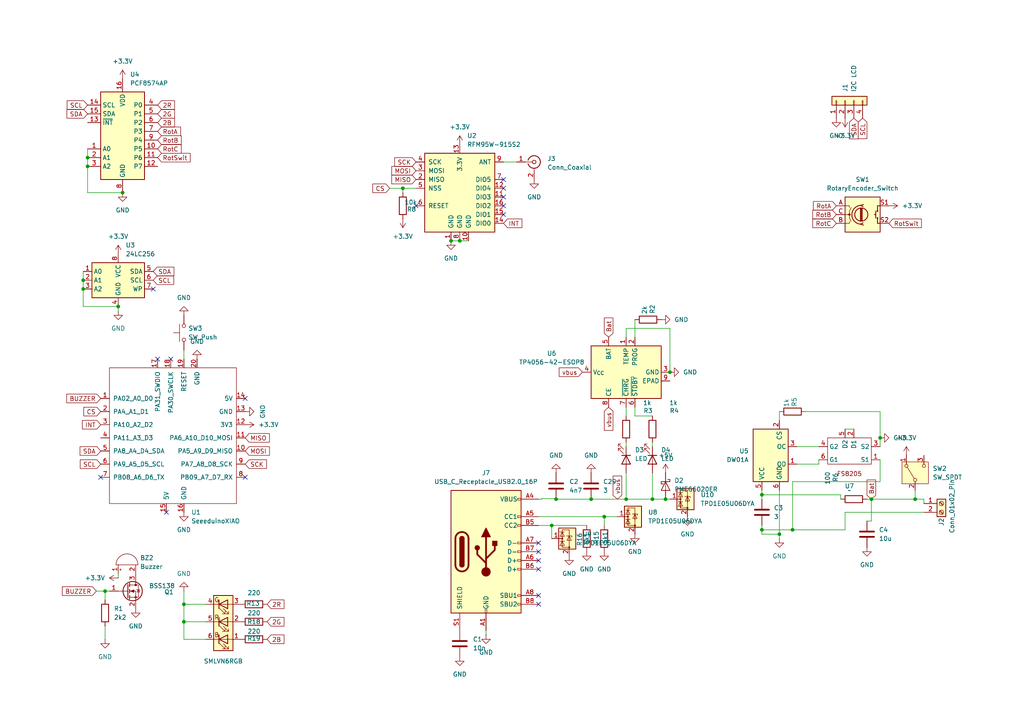
<source format=kicad_sch>
(kicad_sch (version 20250114) (generator "eeschema") (generator_version "9.0")
  (paper "A4")
  (lib_symbols
    (symbol "Battery_Management:DW01A"
      (property "Reference" "U" (at -6.604 6.35 0))
      (property "Value" "DW01A" (at 4.318 6.604 0))
      (symbol "DW01A_0_1"
        (pin power_in line (at -10.16 2.54 0) (length 2.54) (name "VCC") (number "5"))
        (pin power_in line (at -10.16 -2.54 0) (length 2.54) (name "GND") (number "6"))
        (pin output line (at -2.54 -7.62 90) (length 2.54) (name "OD") (number "1"))
        (pin output line (at 2.54 -7.62 90) (length 2.54) (name "OC") (number "3"))
        (pin input line (at 10.16 -2.54 180) (length 2.54) (name "CS") (number "2"))
      )
      (symbol "DW01A_1_1"
        (pin no_connect line (at 10.16 2.54 180) (length 2.54) (hide yes) (name "TD") (number "4"))
      )
    )
    (symbol "Battery_Management:TP4056-42-ESOP8"
      (property "Reference" "U" (at -6.604 11.684 0))
      (property "Value" "TP4056-42-ESOP8" (at 10.16 11.684 0))
      (symbol "TP4056-42-ESOP8_1_0"
        (pin input line (at -10.16 5.08 0) (length 2.54) (name "CE") (number "8"))
        (pin open_collector line (at -10.16 0 0) (length 2.54) (name "~{CHRG}") (number "7"))
        (pin open_collector line (at -10.16 -2.54 0) (length 2.54) (name "~{STDBY}") (number "6"))
        (pin passive line (at -2.54 -12.7 90) (length 2.54) (name "EPAD") (number "9"))
        (pin power_in line (at 0 12.7 270) (length 2.54) (name "V_{CC}") (number "4"))
        (pin power_in line (at 0 -12.7 90) (length 2.54) (name "GND") (number "3"))
        (pin power_out line (at 10.16 5.08 180) (length 2.54) (name "BAT") (number "5"))
        (pin input line (at 10.16 0 180) (length 2.54) (name "TEMP") (number "1"))
        (pin passive line (at 10.16 -2.54 180) (length 2.54) (name "PROG") (number "2"))
      )
    )
    (symbol "Connector:Conn_Coaxial" (pin_names (offset 1.016) (hide yes))
      (property "Reference" "J" (at 0.254 3.048 0))
      (property "Value" "Conn_Coaxial" (at 2.921 0 90))
      (symbol "Conn_Coaxial_1_1"
        (pin passive line (at -5.08 0 0) (length 2.54) (name "In") (number "1"))
        (pin passive line (at 0 -5.08 90) (length 2.54) (name "Ext") (number "2"))
      )
    )
    (symbol "Connector:Screw_Terminal_01x02" (pin_names (offset 1.016) (hide yes))
      (property "Reference" "J" (at 0 2.54 0))
      (property "Value" "Screw_Terminal_01x02" (at 0 -5.08 0))
      (symbol "Screw_Terminal_01x02_1_1"
        (pin passive line (at -5.08 0 0) (length 3.81) (name "Pin_1") (number "1"))
        (pin passive line (at -5.08 -2.54 0) (length 3.81) (name "Pin_2") (number "2"))
      )
    )
    (symbol "Connector:USB_C_Receptacle_USB2.0_16P" (pin_names (offset 1.016))
      (property "Reference" "J" (at 0 22.225 0))
      (property "Value" "USB_C_Receptacle_USB2.0_16P" (at 0 19.685 0))
      (symbol "USB_C_Receptacle_USB2.0_16P_1_1"
        (pin passive line (at -7.62 -22.86 90) (length 5.08) (name "SHIELD") (number "S1"))
        (pin passive line (at 0 -22.86 90) (length 5.08) (name "GND") (number "A1"))
        (pin passive line (at 0 -22.86 90) (length 5.08) (hide yes) (name "GND") (number "A12"))
        (pin passive line (at 0 -22.86 90) (length 5.08) (hide yes) (name "GND") (number "B1"))
        (pin passive line (at 0 -22.86 90) (length 5.08) (hide yes) (name "GND") (number "B12"))
        (pin passive line (at 15.24 15.24 180) (length 5.08) (name "VBUS") (number "A4"))
        (pin passive line (at 15.24 15.24 180) (length 5.08) (hide yes) (name "VBUS") (number "A9"))
        (pin passive line (at 15.24 15.24 180) (length 5.08) (hide yes) (name "VBUS") (number "B4"))
        (pin passive line (at 15.24 15.24 180) (length 5.08) (hide yes) (name "VBUS") (number "B9"))
        (pin bidirectional line (at 15.24 10.16 180) (length 5.08) (name "CC1") (number "A5"))
        (pin bidirectional line (at 15.24 7.62 180) (length 5.08) (name "CC2") (number "B5"))
        (pin bidirectional line (at 15.24 2.54 180) (length 5.08) (name "D-") (number "A7"))
        (pin bidirectional line (at 15.24 0 180) (length 5.08) (name "D-") (number "B7"))
        (pin bidirectional line (at 15.24 -2.54 180) (length 5.08) (name "D+") (number "A6"))
        (pin bidirectional line (at 15.24 -5.08 180) (length 5.08) (name "D+") (number "B6"))
        (pin bidirectional line (at 15.24 -12.7 180) (length 5.08) (name "SBU1") (number "A8"))
        (pin bidirectional line (at 15.24 -15.24 180) (length 5.08) (name "SBU2") (number "B8"))
      )
    )
    (symbol "Connector_Generic:Conn_01x04" (pin_names (offset 1.016) (hide yes))
      (property "Reference" "J" (at 0 5.08 0))
      (property "Value" "Conn_01x04" (at 0 -7.62 0))
      (symbol "Conn_01x04_1_1"
        (pin passive line (at -5.08 2.54 0) (length 3.81) (name "Pin_1") (number "1"))
        (pin passive line (at -5.08 0 0) (length 3.81) (name "Pin_2") (number "2"))
        (pin passive line (at -5.08 -2.54 0) (length 3.81) (name "Pin_3") (number "3"))
        (pin passive line (at -5.08 -5.08 0) (length 3.81) (name "Pin_4") (number "4"))
      )
    )
    (symbol "Device:Buzzer" (pin_names (offset 0.0254) (hide yes))
      (property "Reference" "BZ" (at 3.81 1.27 0))
      (property "Value" "Buzzer" (at 3.81 -1.27 0))
      (symbol "Buzzer_1_1"
        (pin passive line (at -2.54 2.54 0) (length 2.54) (name "+") (number "1"))
        (pin passive line (at -2.54 -2.54 0) (length 2.54) (name "-") (number "2"))
      )
    )
    (symbol "Device:C" (pin_numbers (hide yes)) (pin_names (offset 0.254))
      (property "Reference" "C" (at 0.635 2.54 0))
      (property "Value" "C" (at 0.635 -2.54 0))
      (symbol "C_1_1"
        (pin passive line (at 0 3.81 270) (length 2.794) (name "~") (number "1"))
        (pin passive line (at 0 -3.81 90) (length 2.794) (name "~") (number "2"))
      )
    )
    (symbol "Device:LED" (pin_numbers (hide yes)) (pin_names (offset 1.016) (hide yes))
      (property "Reference" "D" (at 0 2.54 0))
      (property "Value" "LED" (at 0 -2.54 0))
      (symbol "LED_1_1"
        (pin passive line (at -3.81 0 0) (length 2.54) (name "K") (number "1"))
        (pin passive line (at 3.81 0 180) (length 2.54) (name "A") (number "2"))
      )
    )
    (symbol "Device:R" (pin_numbers (hide yes)) (pin_names (offset 0))
      (property "Reference" "R" (at 2.032 0 90))
      (property "Value" "R" (at 0 0 90))
      (symbol "R_1_1"
        (pin passive line (at 0 3.81 270) (length 1.27) (name "~") (number "1"))
        (pin passive line (at 0 -3.81 90) (length 1.27) (name "~") (number "2"))
      )
    )
    (symbol "Device:RotaryEncoder_Switch" (pin_names (offset 0.254) (hide yes))
      (property "Reference" "SW" (at 0 6.604 0))
      (property "Value" "RotaryEncoder_Switch" (at 0 -6.604 0))
      (symbol "RotaryEncoder_Switch_1_1"
        (pin passive line (at -7.62 2.54 0) (length 2.54) (name "A") (number "A"))
        (pin passive line (at -7.62 0 0) (length 2.54) (name "C") (number "C"))
        (pin passive line (at -7.62 -2.54 0) (length 2.54) (name "B") (number "B"))
        (pin passive line (at 7.62 2.54 180) (length 2.54) (name "S1") (number "S1"))
        (pin passive line (at 7.62 -2.54 180) (length 2.54) (name "S2") (number "S2"))
      )
    )
    (symbol "Diode:PMEG6020ER" (pin_numbers (hide yes)) (pin_names (hide yes))
      (property "Reference" "D" (at 0 2.54 0))
      (property "Value" "PMEG6020ER" (at 0 -2.54 0))
      (symbol "PMEG6020ER_1_1"
        (pin passive line (at -3.81 0 0) (length 2.54) (name "K") (number "1"))
        (pin passive line (at 3.81 0 180) (length 2.54) (name "A") (number "2"))
      )
    )
    (symbol "FS8205:FS8205"
      (property "Reference" "U" (at 0 0 0))
      (symbol "FS8205_1_1"
        (text "FS8205" (at 2.54 1.524 0) (effects (font (size 1.27 1.27))))
        (pin input line (at -6.35 -2.54 0) (length 2.54) (name "S1") (number "1"))
        (pin input line (at -6.35 -6.35 0) (length 2.54) (name "S2") (number "3"))
        (pin output line (at 1.27 -11.43 90) (length 2.54) (name "D1") (number "2"))
        (pin output line (at 3.81 -11.43 90) (length 2.54) (name "D2") (number "5"))
        (pin input line (at 11.43 -2.54 180) (length 2.54) (name "G1") (number "6"))
        (pin input line (at 11.43 -6.35 180) (length 2.54) (name "G2") (number "4"))
      )
    )
    (symbol "Interface_Expansion:PCF8574AP"
      (property "Reference" "U" (at -6.35 12.954 0))
      (property "Value" "PCF8574AP" (at 3.048 12.954 0))
      (symbol "PCF8574AP_1_1"
        (pin input line (at -10.16 7.62 0) (length 3.81) (name "SCL") (number "14"))
        (pin bidirectional line (at -10.16 5.08 0) (length 3.81) (name "SDA") (number "15"))
        (pin open_collector line (at -10.16 2.54 0) (length 3.81) (name "~{INT}") (number "13"))
        (pin input line (at -10.16 -5.08 0) (length 3.81) (name "A0") (number "1"))
        (pin input line (at -10.16 -7.62 0) (length 3.81) (name "A1") (number "2"))
        (pin input line (at -10.16 -10.16 0) (length 3.81) (name "A2") (number "3"))
        (pin power_in line (at 0 15.24 270) (length 3.81) (name "VDD") (number "16"))
        (pin power_in line (at 0 -17.78 90) (length 3.81) (name "GND") (number "8"))
        (pin bidirectional line (at 10.16 7.62 180) (length 3.81) (name "P0") (number "4"))
        (pin bidirectional line (at 10.16 5.08 180) (length 3.81) (name "P1") (number "5"))
        (pin bidirectional line (at 10.16 2.54 180) (length 3.81) (name "P2") (number "6"))
        (pin bidirectional line (at 10.16 0 180) (length 3.81) (name "P3") (number "7"))
        (pin bidirectional line (at 10.16 -2.54 180) (length 3.81) (name "P4") (number "9"))
        (pin bidirectional line (at 10.16 -5.08 180) (length 3.81) (name "P5") (number "10"))
        (pin bidirectional line (at 10.16 -7.62 180) (length 3.81) (name "P6") (number "11"))
        (pin bidirectional line (at 10.16 -10.16 180) (length 3.81) (name "P7") (number "12"))
      )
    )
    (symbol "LED:SMLVN6RGB" (pin_names (offset 0) (hide yes))
      (property "Reference" "D" (at 0 12.7 0))
      (property "Value" "SMLVN6RGB" (at 0 10.16 0))
      (symbol "SMLVN6RGB_0_0"
        (text "B" (at 1.905 3.81 0) (effects (font (size 1.27 1.27))))
        (text "R" (at 1.905 -1.27 0) (effects (font (size 1.27 1.27))))
        (text "G" (at 1.905 -6.35 0) (effects (font (size 1.27 1.27))))
      )
      (symbol "SMLVN6RGB_1_1"
        (pin passive line (at -5.08 5.08 0) (length 2.54) (name "BA") (number "1"))
        (pin passive line (at -5.08 0 0) (length 2.54) (name "RA") (number "2"))
        (pin passive line (at -5.08 -5.08 0) (length 2.54) (name "GA") (number "3"))
        (pin passive line (at 5.08 5.08 180) (length 2.54) (name "BK") (number "6"))
        (pin passive line (at 5.08 0 180) (length 2.54) (name "RK") (number "5"))
        (pin passive line (at 5.08 -5.08 180) (length 2.54) (name "GK") (number "4"))
      )
    )
    (symbol "Memory_EEPROM:24LC256"
      (property "Reference" "U" (at -6.35 6.35 0))
      (property "Value" "24LC256" (at 1.27 6.35 0))
      (symbol "24LC256_1_1"
        (pin input line (at -10.16 2.54 0) (length 2.54) (name "A0") (number "1"))
        (pin input line (at -10.16 0 0) (length 2.54) (name "A1") (number "2"))
        (pin input line (at -10.16 -2.54 0) (length 2.54) (name "A2") (number "3"))
        (pin power_in line (at 0 7.62 270) (length 2.54) (name "VCC") (number "8"))
        (pin power_in line (at 0 -7.62 90) (length 2.54) (name "GND") (number "4"))
        (pin bidirectional line (at 10.16 2.54 180) (length 2.54) (name "SDA") (number "5"))
        (pin input line (at 10.16 0 180) (length 2.54) (name "SCL") (number "6"))
        (pin input line (at 10.16 -2.54 180) (length 2.54) (name "WP") (number "7"))
      )
    )
    (symbol "Power_Protection:TPD1E05U06DYA" (pin_names (offset 0) (hide yes))
      (property "Reference" "U" (at -2.54 3.175 0))
      (property "Value" "TPD1E05U06DYA" (at 1.27 3.175 0))
      (symbol "TPD1E05U06DYA_1_1"
        (pin passive line (at 0 -5.08 90) (length 2.54) (name "I/O") (number "1"))
        (pin power_in line (at 5.08 0 180) (length 2.54) (name "GND") (number "2"))
      )
    )
    (symbol "RF_Module:RFM95W-915S2" (pin_names (offset 1.016))
      (property "Reference" "U" (at -10.414 11.684 0))
      (property "Value" "RFM95W-915S2" (at 1.524 11.43 0))
      (symbol "RFM95W-915S2_1_1"
        (pin input line (at -12.7 7.62 0) (length 2.54) (name "SCK") (number "4"))
        (pin input line (at -12.7 5.08 0) (length 2.54) (name "MOSI") (number "3"))
        (pin output line (at -12.7 2.54 0) (length 2.54) (name "MISO") (number "2"))
        (pin input line (at -12.7 0 0) (length 2.54) (name "NSS") (number "5"))
        (pin bidirectional line (at -12.7 -5.08 0) (length 2.54) (name "RESET") (number "6"))
        (pin power_in line (at -2.54 -15.24 90) (length 2.54) (name "GND") (number "1"))
        (pin power_in line (at 0 12.7 270) (length 2.54) (name "3.3V") (number "13"))
        (pin power_in line (at 0 -15.24 90) (length 2.54) (name "GND") (number "8"))
        (pin power_in line (at 2.54 -15.24 90) (length 2.54) (name "GND") (number "10"))
        (pin bidirectional line (at 12.7 7.62 180) (length 2.54) (name "ANT") (number "9"))
        (pin bidirectional line (at 12.7 2.54 180) (length 2.54) (name "DIO5") (number "7"))
        (pin bidirectional line (at 12.7 0 180) (length 2.54) (name "DIO4") (number "12"))
        (pin bidirectional line (at 12.7 -2.54 180) (length 2.54) (name "DIO3") (number "11"))
        (pin bidirectional line (at 12.7 -5.08 180) (length 2.54) (name "DIO2") (number "16"))
        (pin bidirectional line (at 12.7 -7.62 180) (length 2.54) (name "DIO1") (number "15"))
        (pin bidirectional line (at 12.7 -10.16 180) (length 2.54) (name "DIO0") (number "14"))
      )
    )
    (symbol "Seeeduino XIAO:SeeeduinoXIAO" (pin_names (offset 1.016))
      (property "Reference" "U" (at -19.05 22.86 0))
      (property "Value" "SeeeduinoXIAO" (at -12.7 21.59 0))
      (symbol "SeeeduinoXIAO_1_1"
        (pin unspecified line (at -21.59 11.43 0) (length 2.54) (name "PA02_A0_D0") (number "1"))
        (pin unspecified line (at -21.59 7.62 0) (length 2.54) (name "PA4_A1_D1") (number "2"))
        (pin unspecified line (at -21.59 3.81 0) (length 2.54) (name "PA10_A2_D2") (number "3"))
        (pin unspecified line (at -21.59 0 0) (length 2.54) (name "PA11_A3_D3") (number "4"))
        (pin unspecified line (at -21.59 -3.81 0) (length 2.54) (name "PA8_A4_D4_SDA") (number "5"))
        (pin unspecified line (at -21.59 -7.62 0) (length 2.54) (name "PA9_A5_D5_SCL") (number "6"))
        (pin unspecified line (at -21.59 -11.43 0) (length 2.54) (name "PB08_A6_D6_TX") (number "7"))
        (pin input line (at -5.08 22.86 270) (length 2.54) (name "PA31_SWDIO") (number "17"))
        (pin input line (at -2.54 -21.59 90) (length 2.54) (name "5V") (number "15"))
        (pin input line (at -1.27 22.86 270) (length 2.54) (name "PA30_SWCLK") (number "18"))
        (pin input line (at 2.54 22.86 270) (length 2.54) (name "RESET") (number "19"))
        (pin input line (at 2.54 -21.59 90) (length 2.54) (name "GND") (number "16"))
        (pin input line (at 6.35 22.86 270) (length 2.54) (name "GND") (number "20"))
        (pin unspecified line (at 20.32 11.43 180) (length 2.54) (name "5V") (number "14"))
        (pin unspecified line (at 20.32 7.62 180) (length 2.54) (name "GND") (number "13"))
        (pin unspecified line (at 20.32 3.81 180) (length 2.54) (name "3V3") (number "12"))
        (pin unspecified line (at 20.32 0 180) (length 2.54) (name "PA6_A10_D10_MOSI") (number "11"))
        (pin unspecified line (at 20.32 -3.81 180) (length 2.54) (name "PA5_A9_D9_MISO") (number "10"))
        (pin unspecified line (at 20.32 -7.62 180) (length 2.54) (name "PA7_A8_D8_SCK") (number "9"))
        (pin unspecified line (at 20.32 -11.43 180) (length 2.54) (name "PB09_A7_D7_RX") (number "8"))
      )
    )
    (symbol "Switch:SW_Push" (pin_numbers (hide yes)) (pin_names (offset 1.016) (hide yes))
      (property "Reference" "SW" (at 1.27 2.54 0))
      (property "Value" "SW_Push" (at 0 -1.524 0))
      (symbol "SW_Push_0_1"
        (pin passive line (at -5.08 0 0) (length 2.54) (name "1") (number "1"))
        (pin passive line (at 5.08 0 180) (length 2.54) (name "2") (number "2"))
      )
    )
    (symbol "Switch:SW_SPDT" (pin_names (offset 0) (hide yes))
      (property "Reference" "SW" (at 0 5.08 0))
      (property "Value" "SW_SPDT" (at 0 -5.08 0))
      (symbol "SW_SPDT_1_1"
        (pin passive line (at -5.08 0 0) (length 2.54) (name "B") (number "2"))
        (pin passive line (at 5.08 2.54 180) (length 2.54) (name "A") (number "1"))
        (pin passive line (at 5.08 -2.54 180) (length 2.54) (name "C") (number "3"))
      )
    )
    (symbol "Transistor_FET:BSS138" (pin_names (hide yes))
      (property "Reference" "Q" (at 5.08 1.905 0))
      (property "Value" "BSS138" (at 5.08 0 0))
      (symbol "BSS138_1_1"
        (pin input line (at -5.08 0 0) (length 2.54) (name "G") (number "1"))
        (pin passive line (at 2.54 5.08 270) (length 2.54) (name "D") (number "3"))
        (pin passive line (at 2.54 -5.08 90) (length 2.54) (name "S") (number "2"))
      )
    )
    (symbol "power:+3.3V" (power) (pin_numbers (hide yes)) (pin_names (offset 0) (hide yes))
      (property "Value" "+3.3V" (at 0 3.556 0))
      (symbol "+3.3V_1_1"
        (pin power_in line (at 0 0 90) (length 0) (name "~") (number "1"))
      )
    )
    (symbol "power:GND" (power) (pin_numbers (hide yes)) (pin_names (offset 0) (hide yes))
      (property "Value" "GND" (at 0 -3.81 0))
      (symbol "GND_1_1"
        (pin power_in line (at 0 0 270) (length 0) (name "~") (number "1"))
      )
    )
    (symbol "power:VBUS" (power) (pin_numbers (hide yes)) (pin_names (offset 0) (hide yes))
      (property "Value" "VBUS" (at 0 3.556 0))
      (symbol "VBUS_1_1"
        (pin power_in line (at 0 0 90) (length 0) (name "~") (number "1"))
      )
    )
  )
  (junction (at 53.34 175.26))
  (junction (at 116.84 54.61))
  (junction (at 175.26 149.86))
  (junction (at 220.98 153.67))
  (junction (at 30.48 171.45))
  (junction (at 220.98 143.51))
  (junction (at 25.4 48.26))
  (junction (at 133.35 69.85))
  (junction (at 193.04 144.78))
  (junction (at 34.29 88.9))
  (junction (at 25.4 45.72))
  (junction (at 255.27 127))
  (junction (at 252.73 144.78))
  (junction (at 35.56 55.88))
  (junction (at 194.31 107.95))
  (junction (at 130.81 69.85))
  (junction (at 24.13 83.82))
  (junction (at 189.23 144.78))
  (junction (at 161.29 144.78))
  (junction (at 226.06 154.94))
  (junction (at 171.45 144.78))
  (junction (at 24.13 81.28))
  (junction (at 265.43 144.78))
  (junction (at 160.02 152.4))
  (junction (at 229.87 153.67))
  (junction (at 181.61 144.78))
  (junction (at 53.34 180.34))
  (no_connect (at 146.05 57.15))
  (no_connect (at 156.21 157.48))
  (no_connect (at 48.26 148.59))
  (no_connect (at 146.05 59.69))
  (no_connect (at 156.21 175.26))
  (no_connect (at 146.05 54.61))
  (no_connect (at 120.65 59.69))
  (no_connect (at 156.21 162.56))
  (no_connect (at 49.53 104.14))
  (no_connect (at 71.12 138.43))
  (no_connect (at 44.45 83.82))
  (no_connect (at 45.72 104.14))
  (no_connect (at 71.12 115.57))
  (no_connect (at 146.05 62.23))
  (no_connect (at 146.05 52.07))
  (no_connect (at 156.21 160.02))
  (no_connect (at 156.21 172.72))
  (no_connect (at 156.21 165.1))
  (no_connect (at 29.21 138.43))
  (wire (pts (xy 189.23 144.78) (xy 193.04 144.78)))
  (wire (pts (xy 53.34 101.6) (xy 53.34 104.14)))
  (wire (pts (xy 24.13 83.82) (xy 24.13 88.9)))
  (wire (pts (xy 30.48 171.45) (xy 31.75 171.45)))
  (wire (pts (xy 265.43 142.24) (xy 265.43 144.78)))
  (wire (pts (xy 255.27 119.38) (xy 255.27 127)))
  (wire (pts (xy 181.61 97.79) (xy 181.61 95.25)))
  (wire (pts (xy 267.97 144.78) (xy 267.97 146.05)))
  (wire (pts (xy 231.14 134.62) (xy 237.49 134.62)))
  (wire (pts (xy 189.23 137.16) (xy 189.23 144.78)))
  (wire (pts (xy 24.13 78.74) (xy 24.13 81.28)))
  (wire (pts (xy 25.4 48.26) (xy 25.4 55.88)))
  (wire (pts (xy 194.31 95.25) (xy 194.31 107.95)))
  (wire (pts (xy 130.81 69.85) (xy 133.35 69.85)))
  (wire (pts (xy 255.27 139.7) (xy 229.87 139.7)))
  (wire (pts (xy 220.98 143.51) (xy 220.98 144.78)))
  (wire (pts (xy 53.34 185.42) (xy 59.69 185.42)))
  (wire (pts (xy 251.46 144.78) (xy 252.73 144.78)))
  (wire (pts (xy 193.04 144.78) (xy 194.31 144.78)))
  (wire (pts (xy 229.87 139.7) (xy 229.87 153.67)))
  (wire (pts (xy 243.84 143.51) (xy 243.84 144.78)))
  (wire (pts (xy 25.4 45.72) (xy 25.4 48.26)))
  (wire (pts (xy 160.9421 144.6121) (xy 160.9421 144.78)))
  (wire (pts (xy 245.11 153.67) (xy 245.11 148.59)))
  (wire (pts (xy 181.61 118.11) (xy 181.61 120.65)))
  (wire (pts (xy 181.61 95.25) (xy 194.31 95.25)))
  (wire (pts (xy 133.35 69.85) (xy 135.89 69.85)))
  (wire (pts (xy 160.02 152.4) (xy 170.18 152.4)))
  (wire (pts (xy 252.73 151.13) (xy 252.73 144.78)))
  (wire (pts (xy 184.15 120.65) (xy 184.15 118.11)))
  (wire (pts (xy 157.1321 144.6121) (xy 160.9421 144.6121)))
  (wire (pts (xy 265.43 144.78) (xy 267.97 144.78)))
  (wire (pts (xy 189.23 120.65) (xy 184.15 120.65)))
  (wire (pts (xy 226.06 119.38) (xy 226.06 121.92)))
  (wire (pts (xy 220.98 143.51) (xy 243.84 143.51)))
  (wire (pts (xy 146.05 46.99) (xy 149.86 46.99)))
  (wire (pts (xy 220.98 153.67) (xy 220.98 152.4)))
  (wire (pts (xy 245.11 148.59) (xy 267.97 148.59)))
  (wire (pts (xy 53.34 171.45) (xy 53.34 175.26)))
  (wire (pts (xy 237.49 134.62) (xy 237.49 133.35)))
  (wire (pts (xy 34.29 90.17) (xy 34.29 88.9)))
  (wire (pts (xy 24.13 81.28) (xy 24.13 83.82)))
  (wire (pts (xy 175.26 152.4) (xy 175.26 149.86)))
  (wire (pts (xy 181.61 128.27) (xy 181.61 129.54)))
  (wire (pts (xy 226.06 154.94) (xy 220.98 154.94)))
  (wire (pts (xy 233.68 119.38) (xy 255.27 119.38)))
  (wire (pts (xy 30.48 181.61) (xy 30.48 185.42)))
  (wire (pts (xy 59.69 175.26) (xy 53.34 175.26)))
  (wire (pts (xy 160.9421 144.78) (xy 161.29 144.78)))
  (wire (pts (xy 231.14 129.54) (xy 237.49 129.54)))
  (wire (pts (xy 59.69 180.34) (xy 53.34 180.34)))
  (wire (pts (xy 27.94 171.45) (xy 30.48 171.45)))
  (wire (pts (xy 251.46 151.13) (xy 252.73 151.13)))
  (wire (pts (xy 184.15 92.71) (xy 184.15 97.79)))
  (wire (pts (xy 175.26 149.86) (xy 179.07 149.86)))
  (wire (pts (xy 252.73 144.78) (xy 265.43 144.78)))
  (wire (pts (xy 53.34 175.26) (xy 53.34 180.34)))
  (wire (pts (xy 157.1321 144.78) (xy 156.21 144.78)))
  (wire (pts (xy 189.23 128.27) (xy 189.23 129.54)))
  (wire (pts (xy 34.29 166.37) (xy 34.29 167.64)))
  (wire (pts (xy 161.29 144.78) (xy 171.45 144.78)))
  (wire (pts (xy 220.98 154.94) (xy 220.98 153.67)))
  (wire (pts (xy 181.61 137.16) (xy 181.61 144.78)))
  (wire (pts (xy 226.06 142.24) (xy 226.06 154.94)))
  (wire (pts (xy 30.48 171.45) (xy 30.48 173.99)))
  (wire (pts (xy 226.06 154.94) (xy 226.06 156.21)))
  (wire (pts (xy 229.87 153.67) (xy 245.11 153.67)))
  (wire (pts (xy 25.4 43.18) (xy 25.4 45.72)))
  (wire (pts (xy 160.02 152.4) (xy 160.02 156.21)))
  (wire (pts (xy 24.13 88.9) (xy 34.29 88.9)))
  (wire (pts (xy 229.87 153.67) (xy 220.98 153.67)))
  (wire (pts (xy 116.84 54.61) (xy 120.65 54.61)))
  (wire (pts (xy 255.27 133.35) (xy 255.27 139.7)))
  (wire (pts (xy 220.98 142.24) (xy 220.98 143.51)))
  (wire (pts (xy 245.11 124.46) (xy 247.65 124.46)))
  (wire (pts (xy 181.61 144.78) (xy 189.23 144.78)))
  (wire (pts (xy 113.03 54.61) (xy 116.84 54.61)))
  (wire (pts (xy 25.4 55.88) (xy 35.56 55.88)))
  (wire (pts (xy 156.21 149.86) (xy 175.26 149.86)))
  (wire (pts (xy 156.21 152.4) (xy 160.02 152.4)))
  (wire (pts (xy 157.1321 144.6121) (xy 157.1321 144.78)))
  (wire (pts (xy 53.34 180.34) (xy 53.34 185.42)))
  (wire (pts (xy 140.97 184.15) (xy 140.97 182.88)))
  (wire (pts (xy 116.84 54.61) (xy 116.84 55.88)))
  (wire (pts (xy 255.27 127) (xy 255.27 129.54)))
  (wire (pts (xy 171.45 144.78) (xy 181.61 144.78)))
  (global_label "CS" (shape input) (at 113.03 54.61 180) (property "Intersheetrefs" "${INTERSHEET_REFS}" (effects (hide yes))))
  (global_label "2B" (shape input) (at 45.72 35.56 0) (property "Intersheetrefs" "${INTERSHEET_REFS}" (effects (hide yes))))
  (global_label "SDA" (shape input) (at 29.21 130.81 180) (property "Intersheetrefs" "${INTERSHEET_REFS}" (effects (hide yes))))
  (global_label "MOSI" (shape input) (at 120.65 49.53 180) (property "Intersheetrefs" "${INTERSHEET_REFS}" (effects (hide yes))))
  (global_label "INT" (shape input) (at 29.21 123.19 180) (property "Intersheetrefs" "${INTERSHEET_REFS}" (effects (hide yes))))
  (global_label "BUZZER" (shape input) (at 29.21 115.57 180) (property "Intersheetrefs" "${INTERSHEET_REFS}" (effects (hide yes))))
  (global_label "CS" (shape input) (at 29.21 119.38 180) (property "Intersheetrefs" "${INTERSHEET_REFS}" (effects (hide yes))))
  (global_label "RotC" (shape input) (at 242.57 64.77 180) (property "Intersheetrefs" "${INTERSHEET_REFS}" (effects (hide yes))))
  (global_label "SCL" (shape input) (at 250.19 34.29 270) (property "Intersheetrefs" "${INTERSHEET_REFS}" (effects (hide yes))))
  (global_label "RotB" (shape input) (at 45.72 40.64 0) (property "Intersheetrefs" "${INTERSHEET_REFS}" (effects (hide yes))))
  (global_label "SCL" (shape input) (at 25.4 30.48 180) (property "Intersheetrefs" "${INTERSHEET_REFS}" (effects (hide yes))))
  (global_label "2R" (shape input) (at 45.72 30.48 0) (property "Intersheetrefs" "${INTERSHEET_REFS}" (effects (hide yes))))
  (global_label "2B" (shape input) (at 77.47 185.42 0) (property "Intersheetrefs" "${INTERSHEET_REFS}" (effects (hide yes))))
  (global_label "RotSwit" (shape input) (at 45.72 45.72 0) (property "Intersheetrefs" "${INTERSHEET_REFS}" (effects (hide yes))))
  (global_label "Bat" (shape input) (at 252.73 144.78 90) (property "Intersheetrefs" "${INTERSHEET_REFS}" (effects (hide yes))))
  (global_label "INT" (shape input) (at 146.05 64.77 0) (property "Intersheetrefs" "${INTERSHEET_REFS}" (effects (hide yes))))
  (global_label "2G" (shape input) (at 45.72 33.02 0) (property "Intersheetrefs" "${INTERSHEET_REFS}" (effects (hide yes))))
  (global_label "MISO" (shape input) (at 120.65 52.07 180) (property "Intersheetrefs" "${INTERSHEET_REFS}" (effects (hide yes))))
  (global_label "SDA" (shape input) (at 44.45 78.74 0) (property "Intersheetrefs" "${INTERSHEET_REFS}" (effects (hide yes))))
  (global_label "RotSwit" (shape input) (at 257.81 64.77 0) (property "Intersheetrefs" "${INTERSHEET_REFS}" (effects (hide yes))))
  (global_label "vbus" (shape input) (at 179.07 144.78 90) (property "Intersheetrefs" "${INTERSHEET_REFS}" (effects (hide yes))))
  (global_label "SDA" (shape input) (at 247.65 34.29 270) (property "Intersheetrefs" "${INTERSHEET_REFS}" (effects (hide yes))))
  (global_label "RotA" (shape input) (at 242.57 59.69 180) (property "Intersheetrefs" "${INTERSHEET_REFS}" (effects (hide yes))))
  (global_label "RotB" (shape input) (at 242.57 62.23 180) (property "Intersheetrefs" "${INTERSHEET_REFS}" (effects (hide yes))))
  (global_label "BUZZER" (shape input) (at 27.94 171.45 180) (property "Intersheetrefs" "${INTERSHEET_REFS}" (effects (hide yes))))
  (global_label "vbus" (shape input) (at 176.53 118.11 270) (property "Intersheetrefs" "${INTERSHEET_REFS}" (effects (hide yes))))
  (global_label "SCK" (shape input) (at 71.12 134.62 0) (property "Intersheetrefs" "${INTERSHEET_REFS}" (effects (hide yes))))
  (global_label "RotA" (shape input) (at 45.72 38.1 0) (property "Intersheetrefs" "${INTERSHEET_REFS}" (effects (hide yes))))
  (global_label "MISO" (shape input) (at 71.12 127 0) (property "Intersheetrefs" "${INTERSHEET_REFS}" (effects (hide yes))))
  (global_label "vbus" (shape input) (at 168.91 107.95 180) (property "Intersheetrefs" "${INTERSHEET_REFS}" (effects (hide yes))))
  (global_label "MOSI" (shape input) (at 71.12 130.81 0) (property "Intersheetrefs" "${INTERSHEET_REFS}" (effects (hide yes))))
  (global_label "2G" (shape input) (at 77.47 180.34 0) (property "Intersheetrefs" "${INTERSHEET_REFS}" (effects (hide yes))))
  (global_label "Bat" (shape input) (at 176.53 97.79 90) (property "Intersheetrefs" "${INTERSHEET_REFS}" (effects (hide yes))))
  (global_label "SCK" (shape input) (at 120.65 46.99 180) (property "Intersheetrefs" "${INTERSHEET_REFS}" (effects (hide yes))))
  (global_label "SCL" (shape input) (at 44.45 81.28 0) (property "Intersheetrefs" "${INTERSHEET_REFS}" (effects (hide yes))))
  (global_label "2R" (shape input) (at 77.47 175.26 0) (property "Intersheetrefs" "${INTERSHEET_REFS}" (effects (hide yes))))
  (global_label "SCL" (shape input) (at 29.21 134.62 180) (property "Intersheetrefs" "${INTERSHEET_REFS}" (effects (hide yes))))
  (global_label "SDA" (shape input) (at 25.4 33.02 180) (property "Intersheetrefs" "${INTERSHEET_REFS}" (effects (hide yes))))
  (global_label "RotC" (shape input) (at 45.72 43.18 0) (property "Intersheetrefs" "${INTERSHEET_REFS}" (effects (hide yes))))
  (symbol (lib_id "Connector:Conn_Coaxial") (at 154.94 46.99 0) (unit 1)
    (property "Reference" "J3" (at 158.75 46.0131 0) (effects (justify left)))
    (property "Value" "Conn_Coaxial" (at 158.75 48.5531 0) (effects (justify left)))
    (property "Footprint" "Connector_Coaxial:U.FL_Molex_MCRF_73412-0110_Vertical" (effects (hide yes)))
    (property "Description" "coaxial connector (BNC, SMA, SMB, SMC, Cinch/RCA, LEMO, ...)" (effects (hide yes)))
  )
  (symbol (lib_id "power:GND") (at 165.1 161.29 0) (unit 1)
    (property "Reference" "#PWR010" (effects (hide yes)))
    (property "Value" "GND" (at 165.1 166.37 0))
    (property "Description" "Power symbol creates a global label with name \"GND\" , ground" (effects (hide yes)))
  )
  (symbol (lib_id "FS8205:FS8205") (at 248.92 135.89 180) (unit 1)
    (property "Reference" "U7" (at 246.38 140.97 0))
    (property "Value" "~" (at 246.38 142.24 0))
    (property "Footprint" "Package_TO_SOT_SMD:SOT-23-6" (effects (hide yes)))
  )
  (symbol (lib_id "power:GND") (at 170.18 160.02 0) (unit 1)
    (property "Reference" "#PWR011" (effects (hide yes)))
    (property "Value" "GND" (at 170.18 165.1 0))
    (property "Description" "Power symbol creates a global label with name \"GND\" , ground" (effects (hide yes)))
  )
  (symbol (lib_id "Device:C") (at 161.29 140.97 0) (unit 1)
    (property "Reference" "C2" (at 165.1 139.6999 0) (effects (justify left)))
    (property "Value" "4n7" (at 165.1 142.2399 0) (effects (justify left)))
    (property "Footprint" "Capacitor_SMD:C_0603_1608Metric" (effects (hide yes)))
    (property "Description" "Unpolarized capacitor" (effects (hide yes)))
  )
  (symbol (lib_id "Device:R") (at 247.65 144.78 90) (mirror x) (unit 1)
    (property "Reference" "R6" (at 242.316 138.43 0))
    (property "Value" "100" (at 240.03 138.684 0))
    (property "Footprint" "Resistor_SMD:R_0603_1608Metric" (effects (hide yes)))
    (property "Description" "Resistor" (effects (hide yes)))
  )
  (symbol (lib_id "Power_Protection:TPD1E05U06DYA") (at 184.15 149.86 270) (unit 1)
    (property "Reference" "U8" (at 187.96 148.5899 90) (effects (justify left)))
    (property "Value" "TPD1E05U06DYA" (at 187.96 151.1299 90) (effects (justify left)))
    (property "Footprint" "Diode_SMD:D_SOD-523" (effects (hide yes)))
    (property "Datasheet" "https://www.ti.com/lit/ds/symlink/tpd1e05u06.pdf" (effects (hide yes)))
    (property "Description" "1-Channel ESD Protection for Super-Speed USB 3.0 Interface, SOD-523" (effects (hide yes)))
  )
  (symbol (lib_id "power:GND") (at 194.31 107.95 90) (unit 1)
    (property "Reference" "#PWR015" (effects (hide yes)))
    (property "Value" "GND" (at 198.12 107.9499 90) (effects (justify right)))
    (property "Description" "Power symbol creates a global label with name \"GND\" , ground" (effects (hide yes)))
  )
  (symbol (lib_id "power:+3.3V") (at 35.56 22.86 0) (unit 1)
    (property "Reference" "#PWR028" (effects (hide yes)))
    (property "Value" "+3.3V" (at 35.56 17.78 0))
    (property "Description" "Power symbol creates a global label with name \"+3.3V\"" (effects (hide yes)))
  )
  (symbol (lib_id "power:GND") (at 184.15 154.94 0) (unit 1)
    (property "Reference" "#PWR013" (effects (hide yes)))
    (property "Value" "GND" (at 184.15 160.02 0))
    (property "Description" "Power symbol creates a global label with name \"GND\" , ground" (effects (hide yes)))
  )
  (symbol (lib_id "power:GND") (at 53.34 171.45 180) (unit 1)
    (property "Reference" "#PWR017" (effects (hide yes)))
    (property "Value" "GND" (at 53.34 166.37 0))
    (property "Description" "Power symbol creates a global label with name \"GND\" , ground" (effects (hide yes)))
  )
  (symbol (lib_id "RF_Module:RFM95W-915S2") (at 133.35 54.61 0) (unit 1)
    (property "Reference" "U2" (at 135.4933 39.37 0) (effects (justify left)))
    (property "Value" "RFM95W-915S2" (at 135.4933 41.91 0) (effects (justify left)))
    (property "Footprint" "RF_Module:HOPERF_RFM9XW_SMD" (effects (hide yes)))
    (property "Datasheet" "https://www.hoperf.com/data/upload/portal/20181127/5bfcbea20e9ef.pdf" (effects (hide yes)))
    (property "Description" "Low power long range transceiver module, SPI and parallel interface, 915 MHz, spreading factor 6 to12, bandwidth 7.8 to 500kHz, -111 to -148 dBm, SMD-16, DIP-16" (effects (hide yes)))
  )
  (symbol (lib_id "Device:R") (at 73.66 185.42 270) (unit 1)
    (property "Reference" "R19" (at 73.66 185.166 90))
    (property "Value" "220" (at 73.66 183.134 90))
    (property "Footprint" "Resistor_SMD:R_0603_1608Metric" (effects (hide yes)))
    (property "Description" "Resistor" (effects (hide yes)))
  )
  (symbol (lib_id "power:GND") (at 71.12 119.38 90) (unit 1)
    (property "Reference" "#PWR022" (effects (hide yes)))
    (property "Value" "GND" (at 76.2 119.38 0))
    (property "Description" "Power symbol creates a global label with name \"GND\" , ground" (effects (hide yes)))
  )
  (symbol (lib_id "Switch:SW_SPDT") (at 265.43 137.16 90) (unit 1)
    (property "Reference" "SW2" (at 270.51 135.8899 90) (effects (justify right)))
    (property "Value" "SW_SPDT" (at 270.51 138.4299 90) (effects (justify right)))
    (property "Footprint" "Button_Switch_THT:SW_Slide_SPDT_Angled_CK_OS102011MA1Q" (effects (hide yes)))
    (property "Description" "Switch, single pole double throw" (effects (hide yes)))
  )
  (symbol (lib_id "Device:LED") (at 181.61 133.35 270) (unit 1)
    (property "Reference" "D3" (at 184.15 130.4924 90) (effects (justify left)))
    (property "Value" "LED" (at 184.15 133.0324 90) (effects (justify left)))
    (property "Footprint" "LED_SMD:LED_0603_1608Metric" (effects (hide yes)))
    (property "Description" "Light emitting diode" (effects (hide yes)))
    (property "Sim.Pins" "1=K 2=A" (effects (hide yes)))
  )
  (symbol (lib_id "power:GND") (at 39.37 176.53 0) (unit 1)
    (property "Reference" "#PWR04" (effects (hide yes)))
    (property "Value" "GND" (at 39.37 181.61 0))
    (property "Description" "Power symbol creates a global label with name \"GND\" , ground" (effects (hide yes)))
  )
  (symbol (lib_id "Power_Protection:TPD1E05U06DYA") (at 199.39 144.78 270) (unit 1)
    (property "Reference" "U10" (at 203.2 143.5099 90) (effects (justify left)))
    (property "Value" "TPD1E05U06DYA" (at 203.2 146.0499 90) (effects (justify left)))
    (property "Footprint" "Diode_SMD:D_SOD-523" (effects (hide yes)))
    (property "Datasheet" "https://www.ti.com/lit/ds/symlink/tpd1e05u06.pdf" (effects (hide yes)))
    (property "Description" "1-Channel ESD Protection for Super-Speed USB 3.0 Interface, SOD-523" (effects (hide yes)))
  )
  (symbol (lib_id "Memory_EEPROM:24LC256") (at 34.29 81.28 0) (unit 1)
    (property "Reference" "U3" (at 36.4333 71.12 0) (effects (justify left)))
    (property "Value" "24LC256" (at 36.4333 73.66 0) (effects (justify left)))
    (property "Footprint" "Package_SO:SOIC-8_3.9x4.9mm_P1.27mm" (effects (hide yes)))
    (property "Datasheet" "http://ww1.microchip.com/downloads/en/devicedoc/21203m.pdf" (effects (hide yes)))
    (property "Description" "I2C Serial EEPROM, 256Kb, DIP-8/SOIC-8/TSSOP-8/DFN-8" (effects (hide yes)))
  )
  (symbol (lib_id "power:+3.3V") (at 34.29 167.64 90) (unit 1)
    (property "Reference" "#PWR03" (effects (hide yes)))
    (property "Value" "+3.3V" (at 30.48 167.6399 90) (effects (justify left)))
    (property "Description" "Power symbol creates a global label with name \"+3.3V\"" (effects (hide yes)))
  )
  (symbol (lib_id "power:+3.3V") (at 262.89 132.08 0) (unit 1)
    (property "Reference" "#PWR024" (effects (hide yes)))
    (property "Value" "+3.3V" (at 262.89 127 0))
    (property "Description" "Power symbol creates a global label with name \"+3.3V\"" (effects (hide yes)))
  )
  (symbol (lib_id "power:GND") (at 30.48 185.42 0) (unit 1)
    (property "Reference" "#PWR02" (effects (hide yes)))
    (property "Value" "GND" (at 30.48 190.5 0))
    (property "Description" "Power symbol creates a global label with name \"GND\" , ground" (effects (hide yes)))
  )
  (symbol (lib_id "Device:R") (at 181.61 124.46 0) (mirror y) (unit 1)
    (property "Reference" "R3" (at 187.96 119.126 0))
    (property "Value" "1k" (at 187.706 116.84 0))
    (property "Footprint" "Resistor_SMD:R_0603_1608Metric" (effects (hide yes)))
    (property "Description" "Resistor" (effects (hide yes)))
  )
  (symbol (lib_id "Battery_Management:DW01A") (at 223.52 132.08 90) (unit 1)
    (property "Reference" "U5" (at 217.17 130.8099 90) (effects (justify left)))
    (property "Value" "DW01A" (at 217.17 133.3499 90) (effects (justify left)))
    (property "Footprint" "Package_TO_SOT_SMD:SOT-23-6" (effects (hide yes)))
    (property "Datasheet" "https://hmsemi.com/downfile/DW01A.PDF" (effects (hide yes)))
    (property "Description" "Overcharge, overcurrent and overdischarge protection IC for single cell lithium-ion/polymer battery" (effects (hide yes)))
  )
  (symbol (lib_id "power:GND") (at 34.29 90.17 0) (unit 1)
    (property "Reference" "#PWR06" (effects (hide yes)))
    (property "Value" "GND" (at 34.29 95.25 0))
    (property "Description" "Power symbol creates a global label with name \"GND\" , ground" (effects (hide yes)))
  )
  (symbol (lib_id "power:GND") (at 161.29 137.16 180) (unit 1)
    (property "Reference" "#PWR035" (effects (hide yes)))
    (property "Value" "GND" (at 161.29 132.08 0))
    (property "Description" "Power symbol creates a global label with name \"GND\" , ground" (effects (hide yes)))
  )
  (symbol (lib_id "Diode:PMEG6020ER") (at 193.04 140.97 270) (unit 1)
    (property "Reference" "D2" (at 195.58 139.3824 90) (effects (justify left)))
    (property "Value" "PMEG6020ER" (at 195.58 141.9224 90) (effects (justify left)))
    (property "Footprint" "Diode_SMD:Nexperia_CFP3_SOD-123W" (effects (hide yes)))
    (property "Datasheet" "https://assets.nexperia.com/documents/data-sheet/PMEG6020ER.pdf" (effects (hide yes)))
    (property "Description" "60V, 2A low Vf MEGA Schottky barrier rectifier, SOD-123W" (effects (hide yes)))
  )
  (symbol (lib_id "power:+3.3V") (at 245.11 34.29 180) (unit 1)
    (property "Reference" "#PWR025" (effects (hide yes)))
    (property "Value" "+3.3V" (at 245.11 39.37 0))
    (property "Description" "Power symbol creates a global label with name \"+3.3V\"" (effects (hide yes)))
  )
  (symbol (lib_id "Device:R") (at 116.84 59.69 0) (mirror y) (unit 1)
    (property "Reference" "R8" (at 119.38 60.706 0))
    (property "Value" "10k" (at 119.126 58.674 0))
    (property "Footprint" "Resistor_SMD:R_0603_1608Metric" (effects (hide yes)))
    (property "Description" "Resistor" (effects (hide yes)))
  )
  (symbol (lib_id "Device:RotaryEncoder_Switch") (at 250.19 62.23 0) (unit 1)
    (property "Reference" "SW1" (at 250.19 52.07 0))
    (property "Value" "RotaryEncoder_Switch" (at 250.19 54.61 0))
    (property "Footprint" "Rotary_Encoder:RotaryEncoder_Alps_EC11E-Switch_Vertical_H20mm" (effects (hide yes)))
    (property "Description" "Rotary encoder, dual channel, incremental quadrate outputs, with switch" (effects (hide yes)))
  )
  (symbol (lib_id "Device:R") (at 30.48 177.8 0) (unit 1)
    (property "Reference" "R1" (at 33.02 176.5299 0) (effects (justify left)))
    (property "Value" "2k2" (at 33.02 179.0699 0) (effects (justify left)))
    (property "Footprint" "Resistor_SMD:R_0603_1608Metric" (effects (hide yes)))
    (property "Description" "Resistor" (effects (hide yes)))
  )
  (symbol (lib_id "Device:R") (at 175.26 156.21 180) (unit 1)
    (property "Reference" "R15" (at 172.974 155.956 90))
    (property "Value" "5k1" (at 175.514 155.956 90))
    (property "Footprint" "Resistor_SMD:R_0603_1608Metric" (effects (hide yes)))
    (property "Description" "Resistor" (effects (hide yes)))
  )
  (symbol (lib_id "power:GND") (at 255.27 127 90) (unit 1)
    (property "Reference" "#PWR019" (effects (hide yes)))
    (property "Value" "GND" (at 259.08 126.9999 90) (effects (justify right)))
    (property "Description" "Power symbol creates a global label with name \"GND\" , ground" (effects (hide yes)))
  )
  (symbol (lib_id "power:GND") (at 199.39 149.86 0) (unit 1)
    (property "Reference" "#PWR014" (effects (hide yes)))
    (property "Value" "GND" (at 199.39 154.94 0))
    (property "Description" "Power symbol creates a global label with name \"GND\" , ground" (effects (hide yes)))
  )
  (symbol (lib_id "Device:LED") (at 189.23 133.35 270) (unit 1)
    (property "Reference" "D4" (at 191.77 130.4924 90) (effects (justify left)))
    (property "Value" "LED" (at 191.77 133.0324 90) (effects (justify left)))
    (property "Footprint" "LED_SMD:LED_0603_1608Metric" (effects (hide yes)))
    (property "Description" "Light emitting diode" (effects (hide yes)))
    (property "Sim.Pins" "1=K 2=A" (effects (hide yes)))
  )
  (symbol (lib_id "Device:R") (at 189.23 124.46 0) (mirror y) (unit 1)
    (property "Reference" "R4" (at 195.58 119.126 0))
    (property "Value" "1k" (at 195.326 116.84 0))
    (property "Footprint" "Resistor_SMD:R_0603_1608Metric" (effects (hide yes)))
    (property "Description" "Resistor" (effects (hide yes)))
  )
  (symbol (lib_id "power:GND") (at 154.94 52.07 0) (unit 1)
    (property "Reference" "#PWR033" (effects (hide yes)))
    (property "Value" "GND" (at 154.94 57.15 0))
    (property "Description" "Power symbol creates a global label with name \"GND\" , ground" (effects (hide yes)))
  )
  (symbol (lib_id "Transistor_FET:BSS138") (at 36.83 171.45 0) (unit 1)
    (property "Reference" "Q1" (at 49.022 171.704 0))
    (property "Value" "BSS138" (at 46.99 169.926 0))
    (property "Footprint" "Package_TO_SOT_SMD:SOT-23" (effects (hide yes)))
    (property "Datasheet" "https://www.onsemi.com/pub/Collateral/BSS138-D.PDF" (effects (hide yes)))
    (property "Description" "50V Vds, 0.22A Id, N-Channel MOSFET, SOT-23" (effects (hide yes)))
  )
  (symbol (lib_id "Device:C") (at 220.98 148.59 0) (unit 1)
    (property "Reference" "C3" (at 224.4421 147.3199 0) (effects (justify left)))
    (property "Value" "3" (at 224.4421 149.8599 0) (effects (justify left)))
    (property "Footprint" "Capacitor_SMD:C_0603_1608Metric" (effects (hide yes)))
    (property "Description" "Unpolarized capacitor" (effects (hide yes)))
  )
  (symbol (lib_id "power:GND") (at 133.35 190.5 0) (unit 1)
    (property "Reference" "#PWR08" (effects (hide yes)))
    (property "Value" "GND" (at 133.35 195.58 0))
    (property "Description" "Power symbol creates a global label with name \"GND\" , ground" (effects (hide yes)))
  )
  (symbol (lib_id "power:+3.3V") (at 34.29 73.66 0) (unit 1)
    (property "Reference" "#PWR027" (effects (hide yes)))
    (property "Value" "+3.3V" (at 34.29 68.58 0))
    (property "Description" "Power symbol creates a global label with name \"+3.3V\"" (effects (hide yes)))
  )
  (symbol (lib_id "power:GND") (at 226.06 156.21 0) (unit 1)
    (property "Reference" "#PWR018" (effects (hide yes)))
    (property "Value" "GND" (at 226.06 161.29 0))
    (property "Description" "Power symbol creates a global label with name \"GND\" , ground" (effects (hide yes)))
  )
  (symbol (lib_id "power:GND") (at 57.15 104.14 180) (unit 1)
    (property "Reference" "#PWR029" (effects (hide yes)))
    (property "Value" "GND" (at 57.15 99.06 0))
    (property "Description" "Power symbol creates a global label with name \"GND\" , ground" (effects (hide yes)))
  )
  (symbol (lib_id "Device:R") (at 73.66 175.26 270) (unit 1)
    (property "Reference" "R13" (at 73.406 175.006 90))
    (property "Value" "220" (at 73.66 171.958 90))
    (property "Footprint" "Resistor_SMD:R_0603_1608Metric" (effects (hide yes)))
    (property "Description" "Resistor" (effects (hide yes)))
  )
  (symbol (lib_id "Device:R") (at 73.66 180.34 270) (unit 1)
    (property "Reference" "R18" (at 73.66 180.34 90))
    (property "Value" "220" (at 73.66 177.8 90))
    (property "Footprint" "Resistor_SMD:R_0603_1608Metric" (effects (hide yes)))
    (property "Description" "Resistor" (effects (hide yes)))
  )
  (symbol (lib_id "Interface_Expansion:PCF8574AP") (at 35.56 38.1 0) (unit 1)
    (property "Reference" "U4" (at 37.7033 21.59 0) (effects (justify left)))
    (property "Value" "PCF8574AP" (at 37.7033 24.13 0) (effects (justify left)))
    (property "Footprint" "Package_DIP:DIP-16_W7.62mm" (effects (hide yes)))
    (property "Datasheet" "http://www.nxp.com/docs/en/data-sheet/PCF8574_PCF8574A.pdf" (effects (hide yes)))
    (property "Description" "8 Bit Port/Expander to I2C Bus, fixed address bits 0b0111, DIP-16" (effects (hide yes)))
  )
  (symbol (lib_id "Connector:USB_C_Receptacle_USB2.0_16P") (at 140.97 160.02 0) (unit 1)
    (property "Reference" "J7" (at 140.97 137.16 0))
    (property "Value" "USB_C_Receptacle_USB2.0_16P" (at 140.97 139.7 0))
    (property "Footprint" "Connector_USB:USB_C_Receptacle_GCT_USB4105-xx-A_16P_TopMnt_Horizontal" (effects (hide yes)))
    (property "Datasheet" "https://www.usb.org/sites/default/files/documents/usb_type-c.zip" (effects (hide yes)))
    (property "Description" "USB 2.0-only 16P Type-C Receptacle connector" (effects (hide yes)))
  )
  (symbol (lib_id "power:GND") (at 251.46 158.75 0) (unit 1)
    (property "Reference" "#PWR020" (effects (hide yes)))
    (property "Value" "GND" (at 251.46 163.83 0))
    (property "Description" "Power symbol creates a global label with name \"GND\" , ground" (effects (hide yes)))
  )
  (symbol (lib_id "LED:SMLVN6RGB") (at 64.77 180.34 180) (unit 1)
    (property "Reference" "D1" (effects (hide yes)))
    (property "Value" "SMLVN6RGB" (at 64.77 191.77 0))
    (property "Footprint" "LED_SMD:LED_ROHM_SMLVN6" (effects (hide yes)))
    (property "Datasheet" "https://www.rohm.com/datasheet/SMLVN6RGB1U" (effects (hide yes)))
    (property "Description" "High Brightness Tri-Color LED, RGB, 3.5x2.8mm" (effects (hide yes)))
  )
  (symbol (lib_id "Device:R") (at 170.18 156.21 0) (unit 1)
    (property "Reference" "R16" (at 168.148 156.464 90))
    (property "Value" "5k1" (at 170.18 156.21 90))
    (property "Footprint" "Resistor_SMD:R_0603_1608Metric" (effects (hide yes)))
    (property "Description" "Resistor" (effects (hide yes)))
  )
  (symbol (lib_id "power:GND") (at 53.34 148.59 0) (unit 1)
    (property "Reference" "#PWR030" (effects (hide yes)))
    (property "Value" "GND" (at 53.34 153.67 0))
    (property "Description" "Power symbol creates a global label with name \"GND\" , ground" (effects (hide yes)))
  )
  (symbol (lib_id "power:GND") (at 171.45 137.16 180) (unit 1)
    (property "Reference" "#PWR036" (effects (hide yes)))
    (property "Value" "GND" (at 171.45 132.08 0))
    (property "Description" "Power symbol creates a global label with name \"GND\" , ground" (effects (hide yes)))
  )
  (symbol (lib_id "power:+3.3V") (at 133.35 41.91 0) (unit 1)
    (property "Reference" "#PWR026" (effects (hide yes)))
    (property "Value" "+3.3V" (at 133.35 36.83 0))
    (property "Description" "Power symbol creates a global label with name \"+3.3V\"" (effects (hide yes)))
  )
  (symbol (lib_id "power:+3.3V") (at 71.12 123.19 270) (unit 1)
    (property "Reference" "#PWR021" (effects (hide yes)))
    (property "Value" "+3.3V" (at 74.93 123.1899 90) (effects (justify left)))
    (property "Description" "Power symbol creates a global label with name \"+3.3V\"" (effects (hide yes)))
  )
  (symbol (lib_id "power:VBUS") (at 193.04 137.16 0) (unit 1)
    (property "Reference" "#PWR039" (effects (hide yes)))
    (property "Value" "+5V" (at 193.04 132.08 0))
    (property "Description" "Power symbol creates a global label with name \"VBUS\"" (effects (hide yes)))
  )
  (symbol (lib_id "power:GND") (at 175.26 160.02 0) (unit 1)
    (property "Reference" "#PWR012" (effects (hide yes)))
    (property "Value" "GND" (at 175.26 165.1 0))
    (property "Description" "Power symbol creates a global label with name \"GND\" , ground" (effects (hide yes)))
  )
  (symbol (lib_id "Device:C") (at 171.45 140.97 0) (unit 1)
    (property "Reference" "C29" (at 174.9121 139.6999 0) (effects (justify left)))
    (property "Value" "3" (at 174.9121 142.2399 0) (effects (justify left)))
    (property "Footprint" "Capacitor_SMD:C_0603_1608Metric" (effects (hide yes)))
    (property "Description" "Unpolarized capacitor" (effects (hide yes)))
  )
  (symbol (lib_id "Connector:Screw_Terminal_01x02") (at 273.05 146.05 0) (unit 1)
    (property "Reference" "J2" (at 273.05 151.384 90))
    (property "Value" "Conn_01x02_Pin" (at 276.098 146.812 90))
    (property "Footprint" "Connector_JST:JST_PH_B2B-PH-K_1x02_P2.00mm_Vertical" (effects (hide yes)))
    (property "Description" "Generic screw terminal, single row, 01x02, script generated (kicad-library-utils/schlib/autogen/connector/)" (effects (hide yes)))
  )
  (symbol (lib_id "power:+3.3V") (at 116.84 63.5 180) (unit 1)
    (property "Reference" "#PWR031" (effects (hide yes)))
    (property "Value" "+3.3V" (at 116.84 68.58 0))
    (property "Description" "Power symbol creates a global label with name \"+3.3V\"" (effects (hide yes)))
  )
  (symbol (lib_id "Seeeduino XIAO:SeeeduinoXIAO") (at 50.8 127 0) (unit 1)
    (property "Reference" "U1" (at 55.4833 148.59 0) (effects (justify left)))
    (property "Value" "SeeeduinoXIAO" (at 55.4833 151.13 0) (effects (justify left)))
    (property "Footprint" "Xiao Seeed SAMD21:XiaoSeeed" (effects (hide yes)))
  )
  (symbol (lib_id "Connector_Generic:Conn_01x04") (at 245.11 29.21 90) (unit 1)
    (property "Reference" "J1" (at 245.1099 26.67 0) (effects (justify left)))
    (property "Value" "I2C LCD" (at 247.6499 26.67 0) (effects (justify left)))
    (property "Footprint" "Connector_PinHeader_2.54mm:PinHeader_1x04_P2.54mm_Horizontal" (effects (hide yes)))
    (property "Description" "Generic connector, single row, 01x04, script generated (kicad-library-utils/schlib/autogen/connector/)" (effects (hide yes)))
  )
  (symbol (lib_id "Switch:SW_Push") (at 53.34 96.52 90) (unit 1)
    (property "Reference" "SW3" (at 54.61 95.2499 90) (effects (justify right)))
    (property "Value" "SW_Push" (at 54.61 97.7899 90) (effects (justify right)))
    (property "Footprint" "Button_Switch_THT:SW_PUSH_6mm" (effects (hide yes)))
    (property "Description" "Push button switch, generic, two pins" (effects (hide yes)))
  )
  (symbol (lib_id "power:GND") (at 130.81 69.85 0) (unit 1)
    (property "Reference" "#PWR07" (effects (hide yes)))
    (property "Value" "GND" (at 130.81 74.93 0))
    (property "Description" "Power symbol creates a global label with name \"GND\" , ground" (effects (hide yes)))
  )
  (symbol (lib_id "Device:C") (at 251.46 154.94 0) (unit 1)
    (property "Reference" "C4" (at 254.9221 153.6699 0) (effects (justify left)))
    (property "Value" "10u" (at 254.9221 156.2099 0) (effects (justify left)))
    (property "Footprint" "Capacitor_SMD:C_0603_1608Metric" (effects (hide yes)))
    (property "Description" "Unpolarized capacitor" (effects (hide yes)))
  )
  (symbol (lib_id "power:GND") (at 53.34 91.44 180) (unit 1)
    (property "Reference" "#PWR032" (effects (hide yes)))
    (property "Value" "GND" (at 53.34 86.36 0))
    (property "Description" "Power symbol creates a global label with name \"GND\" , ground" (effects (hide yes)))
  )
  (symbol (lib_id "power:GND") (at 140.97 184.15 0) (unit 1)
    (property "Reference" "#PWR09" (effects (hide yes)))
    (property "Value" "GND" (at 140.97 189.23 0))
    (property "Description" "Power symbol creates a global label with name \"GND\" , ground" (effects (hide yes)))
  )
  (symbol (lib_id "Battery_Management:TP4056-42-ESOP8") (at 181.61 107.95 90) (unit 1)
    (property "Reference" "U6" (at 160.02 102.5046 90))
    (property "Value" "TP4056-42-ESOP8" (at 160.02 105.0446 90))
    (property "Footprint" "Package_SO:SOIC-8-1EP_3.9x4.9mm_P1.27mm_EP2.41x3.3mm_ThermalVias" (effects (hide yes)))
    (property "Datasheet" "https://www.lcsc.com/datasheet/lcsc_datasheet_2410121619_TOPPOWER-Nanjing-Extension-Microelectronics-TP4056-42-ESOP8_C16581.pdf" (effects (hide yes)))
    (property "Description" "1A Standalone Linear Li-ion/LiPo single-cell battery charger, 4.2V ±1% charge voltage, VCC = 4.0..8.0V, SOIC-8 (SOP-8)" (effects (hide yes)))
  )
  (symbol (lib_id "power:+3.3V") (at 257.81 59.69 270) (unit 1)
    (property "Reference" "#PWR023" (effects (hide yes)))
    (property "Value" "+3.3V" (at 261.62 59.6899 90) (effects (justify left)))
    (property "Description" "Power symbol creates a global label with name \"+3.3V\"" (effects (hide yes)))
  )
  (symbol (lib_id "Power_Protection:TPD1E05U06DYA") (at 165.1 156.21 270) (unit 1)
    (property "Reference" "U9" (at 168.91 154.9399 90) (effects (justify left)))
    (property "Value" "TPD1E05U06DYA" (at 168.91 157.4799 90) (effects (justify left)))
    (property "Footprint" "Diode_SMD:D_SOD-523" (effects (hide yes)))
    (property "Datasheet" "https://www.ti.com/lit/ds/symlink/tpd1e05u06.pdf" (effects (hide yes)))
    (property "Description" "1-Channel ESD Protection for Super-Speed USB 3.0 Interface, SOD-523" (effects (hide yes)))
  )
  (symbol (lib_id "Device:R") (at 187.96 92.71 90) (mirror x) (unit 1)
    (property "Reference" "R2" (at 189.23 89.662 0))
    (property "Value" "2k" (at 186.944 89.916 0))
    (property "Footprint" "Resistor_SMD:R_0603_1608Metric" (effects (hide yes)))
    (property "Description" "Resistor" (effects (hide yes)))
  )
  (symbol (lib_id "Device:C") (at 133.35 186.69 0) (unit 1)
    (property "Reference" "C1" (at 137.16 185.4199 0) (effects (justify left)))
    (property "Value" "10n" (at 137.16 187.9599 0) (effects (justify left)))
    (property "Footprint" "Capacitor_SMD:C_0603_1608Metric" (effects (hide yes)))
    (property "Description" "Unpolarized capacitor" (effects (hide yes)))
  )
  (symbol (lib_id "power:GND") (at 191.77 92.71 90) (unit 1)
    (property "Reference" "#PWR016" (effects (hide yes)))
    (property "Value" "GND" (at 195.58 92.7099 90) (effects (justify right)))
    (property "Description" "Power symbol creates a global label with name \"GND\" , ground" (effects (hide yes)))
  )
  (symbol (lib_id "Device:Buzzer") (at 36.83 163.83 90) (unit 1)
    (property "Reference" "BZ2" (at 40.64 161.8048 90) (effects (justify right)))
    (property "Value" "Buzzer" (at 40.64 164.3448 90) (effects (justify right)))
    (property "Footprint" "Buzzer_Beeper:MagneticBuzzer_PUI_AT-0927-TT-6-R" (effects (hide yes)))
    (property "Description" "Buzzer, polarized" (effects (hide yes)))
  )
  (symbol (lib_id "Device:R") (at 229.87 119.38 90) (mirror x) (unit 1)
    (property "Reference" "R5" (at 230.378 116.586 0))
    (property "Value" "1k" (at 228.092 116.84 0))
    (property "Footprint" "Resistor_SMD:R_0603_1608Metric" (effects (hide yes)))
    (property "Description" "Resistor" (effects (hide yes)))
  )
  (symbol (lib_id "power:GND") (at 242.57 34.29 0) (unit 1)
    (property "Reference" "#PWR01" (effects (hide yes)))
    (property "Value" "GND" (at 242.57 39.37 0))
    (property "Description" "Power symbol creates a global label with name \"GND\" , ground" (effects (hide yes)))
  )
  (symbol (lib_id "power:GND") (at 35.56 55.88 0) (unit 1)
    (property "Reference" "#PWR05" (effects (hide yes)))
    (property "Value" "GND" (at 35.56 60.96 0))
    (property "Description" "Power symbol creates a global label with name \"GND\" , ground" (effects (hide yes)))
  )
)
</source>
